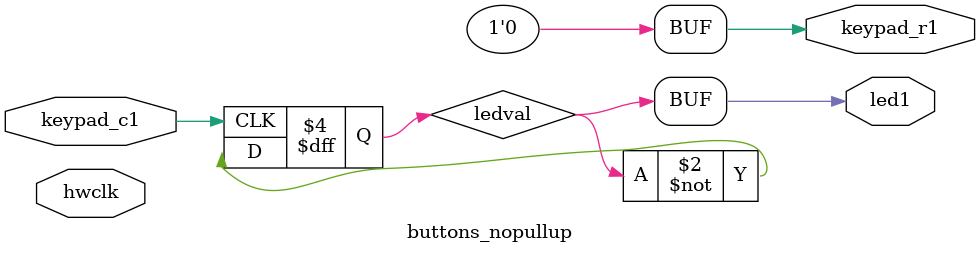
<source format=v>
/* Top level module for button demo without debouncing and with no
   pull-up resistor (not a good way of doing things!)
   */
module buttons_nopullup (
    // input hardware clock (12 MHz)
    hwclk, 
    // LED
    led1,
    // Keypad lines
    keypad_r1,
    keypad_c1,
    );

    /* Clock input */
    input hwclk;

    /* LED outputs */
    output led1;

    /* Numpad I/O */
    output keypad_r1=0;
    input keypad_c1;

    // Note: Left as is, keypad_c1 is a floating value, meaning
    // it has an undetermined voltage. It will trigger edges when
    // we don't want it to.

    /* LED register */
    reg ledval = 1'b0;

    /* LED Wiring */
    assign led1=ledval;
    
    /* Toggle LED when button [1] pressed */
    always @ (negedge keypad_c1) begin
        ledval = ~ledval;
    end


endmodule

</source>
